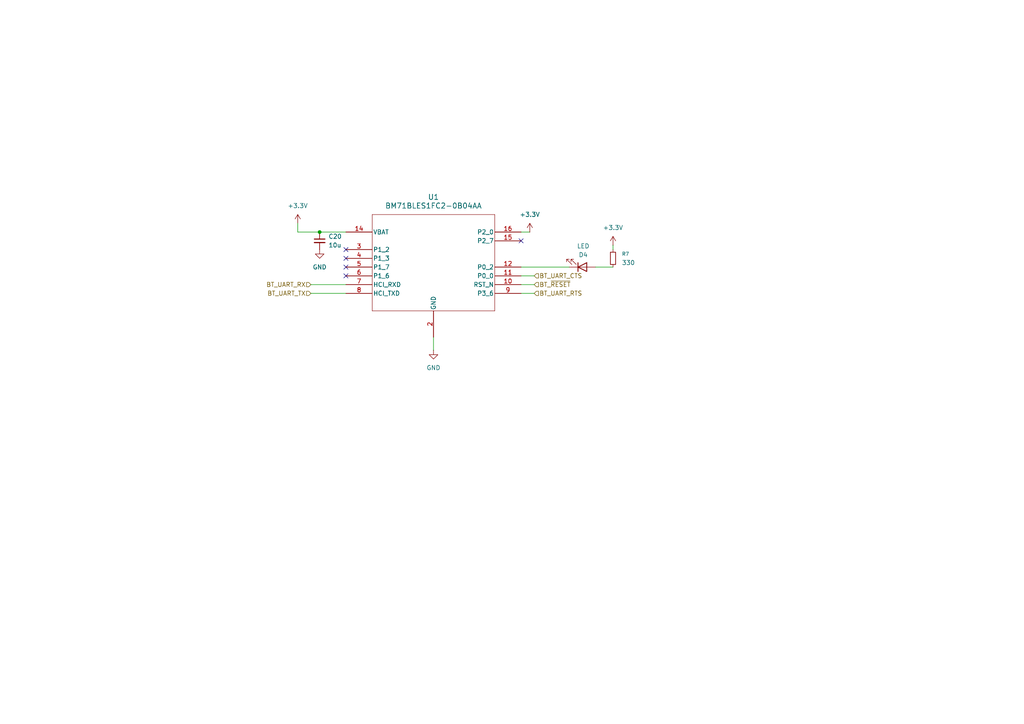
<source format=kicad_sch>
(kicad_sch (version 20250114) (generator "eeschema") (generator_version "9.0")
  (paper "A4")
  (lib_symbols
    (symbol "CustomSymbols:BM71BLES1FC2-0B04AA" (pin_names (offset 0.254))
      (property "Reference" "U1" (at 0 17.78 0))
      (property "Value" "BM71BLES1FC2-0B04AA" (at 0 15.24 0))
      (symbol "BM71BLES1FC2-0B04AA_0_1"
        (polyline (pts (xy -17.78 12.7) (xy -17.78 -15.24)) (stroke (width 0.127)))
        (polyline (pts (xy -17.78 -15.24) (xy 17.78 -15.24)) (stroke (width 0.127)))
        (polyline (pts (xy 17.78 12.7) (xy -17.78 12.7)) (stroke (width 0.127)))
        (polyline (pts (xy 17.78 -15.24) (xy 17.78 12.7)) (stroke (width 0.127)))
        (pin power_in line (at -25.4 7.62 0) (length 7.62) (name "VBAT") (number "14"))
        (pin bidirectional line (at -25.4 2.54 0) (length 7.62) (name "P1_2") (number "3"))
        (pin bidirectional line (at -25.4 0 0) (length 7.62) (name "P1_3") (number "4"))
        (pin bidirectional line (at -25.4 -2.54 0) (length 7.62) (name "P1_7") (number "5"))
        (pin bidirectional line (at -25.4 -5.08 0) (length 7.62) (name "P1_6") (number "6"))
        (pin input line (at -25.4 -7.62 0) (length 7.62) (name "HCI_RXD") (number "7"))
        (pin output line (at -25.4 -10.16 0) (length 7.62) (name "HCI_TXD") (number "8"))
        (pin power_out line (at 0 -22.86 90) (length 7.62) (name "GND") (number "2"))
        (pin input line (at 25.4 7.62 180) (length 7.62) (name "P2_0") (number "16"))
        (pin bidirectional line (at 25.4 5.08 180) (length 7.62) (name "P2_7") (number "15"))
        (pin bidirectional line (at 25.4 -2.54 180) (length 7.62) (name "P0_2") (number "12"))
        (pin bidirectional line (at 25.4 -5.08 180) (length 7.62) (name "P0_0") (number "11"))
        (pin input line (at 25.4 -7.62 180) (length 7.62) (name "RST_N") (number "10"))
        (pin bidirectional line (at 25.4 -10.16 180) (length 7.62) (name "P3_6") (number "9"))
      )
      (symbol "BM71BLES1FC2-0B04AA_1_1"
        (pin no_connect line (at -25.4 11.43 0) (length 7.62) (hide yes) (name "NC") (number "1"))
        (pin power_out line (at 0 -22.86 90) (length 7.62) (hide yes) (name "GND") (number "13"))
      )
    )
    (symbol "Device:C_Small" (pin_numbers (hide yes)) (pin_names (offset 0.254) (hide yes))
      (property "Reference" "C" (at 0.254 1.778 0))
      (property "Value" "C_Small" (at 0.254 -2.032 0))
      (symbol "C_Small_0_1"
        (polyline (pts (xy -1.524 0.508) (xy 1.524 0.508)) (stroke (width 0.3048)))
        (polyline (pts (xy -1.524 -0.508) (xy 1.524 -0.508)) (stroke (width 0.3302)))
      )
      (symbol "C_Small_1_1"
        (pin passive line (at 0 2.54 270) (length 2.032) (name "~") (number "1"))
        (pin passive line (at 0 -2.54 90) (length 2.032) (name "~") (number "2"))
      )
    )
    (symbol "Device:LED" (pin_numbers (hide yes)) (pin_names (offset 1.016) (hide yes))
      (property "Reference" "D" (at 0 2.54 0))
      (property "Value" "LED" (at 0 -2.54 0))
      (symbol "LED_0_1"
        (polyline (pts (xy -3.048 -0.762) (xy -4.572 -2.286) (xy -3.81 -2.286) (xy -4.572 -2.286) (xy -4.572 -1.524)))
        (polyline (pts (xy -1.778 -0.762) (xy -3.302 -2.286) (xy -2.54 -2.286) (xy -3.302 -2.286) (xy -3.302 -1.524)))
        (polyline (pts (xy -1.27 0) (xy 1.27 0)))
        (polyline (pts (xy -1.27 -1.27) (xy -1.27 1.27)) (stroke (width 0.254)))
        (polyline (pts (xy 1.27 -1.27) (xy 1.27 1.27) (xy -1.27 0) (xy 1.27 -1.27)) (stroke (width 0.254)))
      )
      (symbol "LED_1_1"
        (pin passive line (at -3.81 0 0) (length 2.54) (name "K") (number "1"))
        (pin passive line (at 3.81 0 180) (length 2.54) (name "A") (number "2"))
      )
    )
    (symbol "Device:R_Small" (pin_numbers (hide yes)) (pin_names (offset 0.254) (hide yes))
      (property "Reference" "R" (at 0 0 90))
      (property "Value" "R_Small" (at 1.778 0 90))
      (symbol "R_Small_0_1"
        (rectangle (start -0.762 1.778) (end 0.762 -1.778) (stroke (width 0.2032)))
      )
      (symbol "R_Small_1_1"
        (pin passive line (at 0 2.54 270) (length 0.762) (name "~") (number "1"))
        (pin passive line (at 0 -2.54 90) (length 0.762) (name "~") (number "2"))
      )
    )
    (symbol "power:+3.3V" (power) (pin_numbers (hide yes)) (pin_names (offset 0) (hide yes))
      (property "Value" "+3.3V" (at 0 3.556 0))
      (symbol "+3.3V_0_1"
        (polyline (pts (xy -0.762 1.27) (xy 0 2.54)))
        (polyline (pts (xy 0 2.54) (xy 0.762 1.27)))
        (polyline (pts (xy 0 0) (xy 0 2.54)))
      )
      (symbol "+3.3V_1_1"
        (pin power_in line (at 0 0 90) (length 0) (name "~") (number "1"))
      )
    )
    (symbol "power:GND" (power) (pin_numbers (hide yes)) (pin_names (offset 0) (hide yes))
      (property "Value" "GND" (at 0 -3.81 0))
      (symbol "GND_0_1"
        (polyline (pts (xy 0 0) (xy 0 -1.27) (xy 1.27 -1.27) (xy 0 -2.54) (xy -1.27 -1.27) (xy 0 -1.27)))
      )
      (symbol "GND_1_1"
        (pin power_in line (at 0 0 270) (length 0) (name "~") (number "1"))
      )
    )
  )
  (junction (at 92.71 67.31))
  (no_connect (at 100.33 77.47))
  (no_connect (at 100.33 80.01))
  (no_connect (at 151.13 69.85))
  (no_connect (at 100.33 72.39))
  (no_connect (at 100.33 74.93))
  (wire (pts (xy 151.13 85.09) (xy 154.94 85.09)))
  (wire (pts (xy 172.72 77.47) (xy 177.8 77.47)))
  (wire (pts (xy 151.13 77.47) (xy 165.1 77.47)))
  (wire (pts (xy 154.94 80.01) (xy 151.13 80.01)))
  (wire (pts (xy 92.71 67.31) (xy 100.33 67.31)))
  (wire (pts (xy 86.36 67.31) (xy 92.71 67.31)))
  (wire (pts (xy 151.13 67.31) (xy 153.67 67.31)))
  (wire (pts (xy 90.17 85.09) (xy 100.33 85.09)))
  (wire (pts (xy 177.8 71.12) (xy 177.8 72.39)))
  (wire (pts (xy 125.73 101.6) (xy 125.73 97.79)))
  (wire (pts (xy 90.17 82.55) (xy 100.33 82.55)))
  (wire (pts (xy 151.13 82.55) (xy 154.94 82.55)))
  (wire (pts (xy 86.36 64.77) (xy 86.36 67.31)))
  (hierarchical_label "BT_UART_RX" (shape input) (at 90.17 82.55 180))
  (hierarchical_label "BT_~{RESET}" (shape input) (at 154.94 82.55 0))
  (hierarchical_label "BT_UART_TX" (shape input) (at 90.17 85.09 180))
  (hierarchical_label "BT_UART_RTS" (shape input) (at 154.94 85.09 0))
  (hierarchical_label "BT_UART_CTS" (shape input) (at 154.94 80.01 0))
  (symbol (lib_id "Device:C_Small") (at 92.71 69.85 0) (unit 1)
    (property "Reference" "C20" (at 95.25 68.5862 0) (effects (justify left)))
    (property "Value" "10u" (at 95.25 71.1262 0) (effects (justify left)))
    (property "Footprint" "Capacitor_SMD:C_0805_2012Metric" (effects (hide yes)))
    (property "Description" "Unpolarized capacitor, small symbol" (effects (hide yes)))
  )
  (symbol (lib_id "power:+3.3V") (at 86.36 64.77 0) (unit 1)
    (property "Reference" "#PWR063" (effects (hide yes)))
    (property "Value" "+3.3V" (at 86.36 59.69 0))
    (property "Description" "Power symbol creates a global label with name \"+3.3V\"" (effects (hide yes)))
  )
  (symbol (lib_id "Device:LED") (at 168.91 77.47 0) (mirror x) (unit 1)
    (property "Reference" "D4" (at 169.164 73.914 0))
    (property "Value" "LED" (at 169.164 71.374 0))
    (property "Footprint" "LED_SMD:LED_0603_1608Metric" (effects (hide yes)))
    (property "Description" "Light emitting diode" (effects (hide yes)))
    (property "Sim.Pins" "1=K 2=A" (effects (hide yes)))
  )
  (symbol (lib_id "power:GND") (at 125.73 101.6 0) (unit 1)
    (property "Reference" "#PWR062" (effects (hide yes)))
    (property "Value" "GND" (at 125.73 106.68 0))
    (property "Description" "Power symbol creates a global label with name \"GND\" , ground" (effects (hide yes)))
  )
  (symbol (lib_id "Device:R_Small") (at 177.8 74.93 0) (unit 1)
    (property "Reference" "R7" (at 180.34 73.6599 0) (effects (font (size 1.016 1.016)) (justify left)))
    (property "Value" "330" (at 180.34 76.1999 0) (effects (justify left)))
    (property "Footprint" "Resistor_SMD:R_0402_1005Metric" (effects (hide yes)))
    (property "Description" "Resistor, small symbol" (effects (hide yes)))
  )
  (symbol (lib_id "power:+3.3V") (at 153.67 67.31 0) (unit 1)
    (property "Reference" "#PWR066" (effects (hide yes)))
    (property "Value" "+3.3V" (at 153.67 62.23 0))
    (property "Description" "Power symbol creates a global label with name \"+3.3V\"" (effects (hide yes)))
  )
  (symbol (lib_id "power:GND") (at 92.71 72.39 0) (unit 1)
    (property "Reference" "#PWR064" (effects (hide yes)))
    (property "Value" "GND" (at 92.71 77.47 0))
    (property "Description" "Power symbol creates a global label with name \"GND\" , ground" (effects (hide yes)))
  )
  (symbol (lib_id "power:+3.3V") (at 177.8 71.12 0) (unit 1)
    (property "Reference" "#PWR065" (effects (hide yes)))
    (property "Value" "+3.3V" (at 177.8 66.04 0))
    (property "Description" "Power symbol creates a global label with name \"+3.3V\"" (effects (hide yes)))
  )
  (symbol (lib_id "CustomSymbols:BM71BLES1FC2-0B04AA") (at 125.73 74.93 0) (unit 1)
    (property "Reference" "U1" (at 125.73 57.15 0) (effects (font (size 1.524 1.524))))
    (property "Value" "BM71BLES1FC2-0B04AA" (at 125.73 59.69 0) (effects (font (size 1.524 1.524))))
    (property "Footprint" "Custom:BM71BLES1FC2_MCH" (effects (hide yes)))
    (property "Datasheet" "https://www.farnell.com/datasheets/2629453.pdf" (effects (hide yes)))
  )
)
</source>
